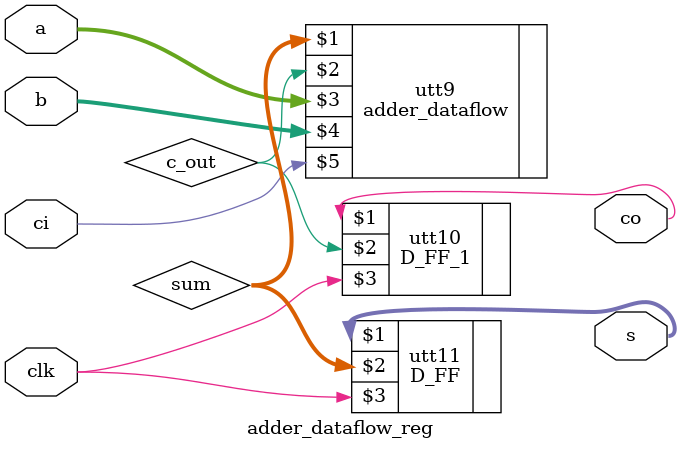
<source format=v>
module adder_dataflow_reg (s, co, a, b, ci, clk);
    parameter N = 32;
    output [N-1:0] s;
    output co;
    input [N-1:0] a, b;
    input ci, clk;
    wire [N-1:0] sum;
    wire c_out;

    adder_dataflow utt9 (sum, c_out, a, b, ci);
    D_FF_1 utt10 (co, c_out, clk);
    D_FF utt11 (s, sum, clk);
endmodule
</source>
